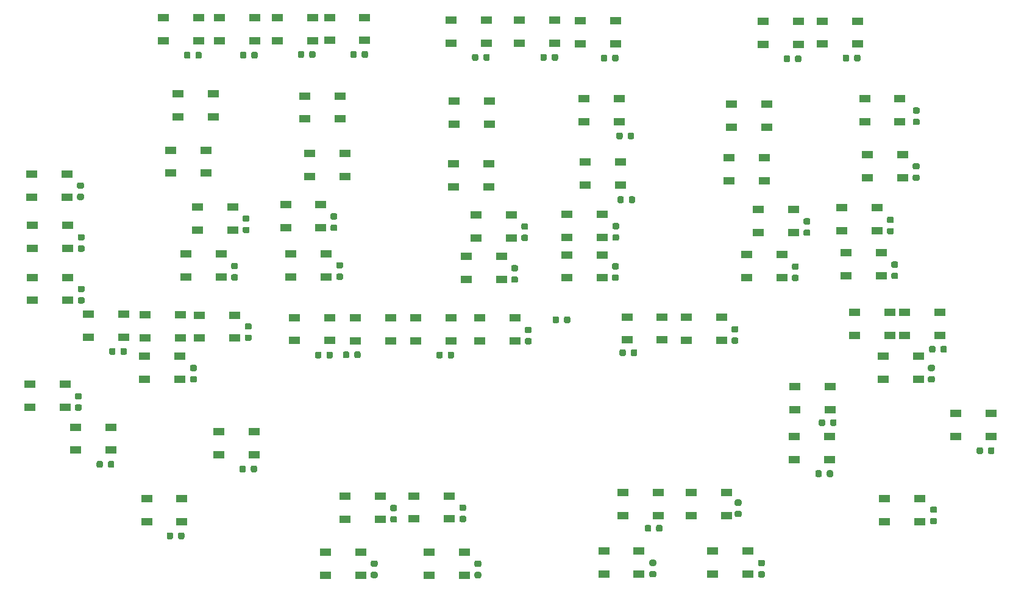
<source format=gbr>
G04 #@! TF.GenerationSoftware,KiCad,Pcbnew,(5.1.6)-1*
G04 #@! TF.CreationDate,2021-02-10T22:50:21+11:00*
G04 #@! TF.ProjectId,INTR LT Panel PCB V2,494e5452-204c-4542-9050-616e656c2050,rev?*
G04 #@! TF.SameCoordinates,Original*
G04 #@! TF.FileFunction,Paste,Top*
G04 #@! TF.FilePolarity,Positive*
%FSLAX46Y46*%
G04 Gerber Fmt 4.6, Leading zero omitted, Abs format (unit mm)*
G04 Created by KiCad (PCBNEW (5.1.6)-1) date 2021-02-10 22:50:21*
%MOMM*%
%LPD*%
G01*
G04 APERTURE LIST*
%ADD10R,1.500000X1.000000*%
G04 APERTURE END LIST*
G04 #@! TO.C,C55*
G36*
G01*
X124262500Y-74343750D02*
X124262500Y-74856250D01*
G75*
G02*
X124043750Y-75075000I-218750J0D01*
G01*
X123606250Y-75075000D01*
G75*
G02*
X123387500Y-74856250I0J218750D01*
G01*
X123387500Y-74343750D01*
G75*
G02*
X123606250Y-74125000I218750J0D01*
G01*
X124043750Y-74125000D01*
G75*
G02*
X124262500Y-74343750I0J-218750D01*
G01*
G37*
G36*
G01*
X125837500Y-74343750D02*
X125837500Y-74856250D01*
G75*
G02*
X125618750Y-75075000I-218750J0D01*
G01*
X125181250Y-75075000D01*
G75*
G02*
X124962500Y-74856250I0J218750D01*
G01*
X124962500Y-74343750D01*
G75*
G02*
X125181250Y-74125000I218750J0D01*
G01*
X125618750Y-74125000D01*
G75*
G02*
X125837500Y-74343750I0J-218750D01*
G01*
G37*
G04 #@! TD*
D10*
G04 #@! TO.C,D45*
X158100000Y-68350000D03*
X158100000Y-71550000D03*
X163000000Y-68350000D03*
X163000000Y-71550000D03*
G04 #@! TD*
G04 #@! TO.C,D44*
X157725000Y-60575000D03*
X157725000Y-63775000D03*
X162625000Y-60575000D03*
X162625000Y-63775000D03*
G04 #@! TD*
G04 #@! TO.C,D43*
X139200000Y-61325000D03*
X139200000Y-64525000D03*
X144100000Y-61325000D03*
X144100000Y-64525000D03*
G04 #@! TD*
G04 #@! TO.C,D42*
X138925000Y-68775000D03*
X138925000Y-71975000D03*
X143825000Y-68775000D03*
X143825000Y-71975000D03*
G04 #@! TD*
G04 #@! TO.C,D35*
X118925000Y-69350000D03*
X118925000Y-72550000D03*
X123825000Y-69350000D03*
X123825000Y-72550000D03*
G04 #@! TD*
G04 #@! TO.C,D34*
X118775000Y-60525000D03*
X118775000Y-63725000D03*
X123675000Y-60525000D03*
X123675000Y-63725000D03*
G04 #@! TD*
G04 #@! TO.C,D33*
X100725000Y-60875000D03*
X100725000Y-64075000D03*
X105625000Y-60875000D03*
X105625000Y-64075000D03*
G04 #@! TD*
G04 #@! TO.C,D32*
X100650000Y-69600000D03*
X100650000Y-72800000D03*
X105550000Y-69600000D03*
X105550000Y-72800000D03*
G04 #@! TD*
G04 #@! TO.C,D23*
X80675000Y-68200000D03*
X80675000Y-71400000D03*
X85575000Y-68200000D03*
X85575000Y-71400000D03*
G04 #@! TD*
G04 #@! TO.C,D22*
X79975000Y-60175000D03*
X79975000Y-63375000D03*
X84875000Y-60175000D03*
X84875000Y-63375000D03*
G04 #@! TD*
G04 #@! TO.C,D21*
X62350000Y-59850000D03*
X62350000Y-63050000D03*
X67250000Y-59850000D03*
X67250000Y-63050000D03*
G04 #@! TD*
G04 #@! TO.C,D20*
X61300000Y-67700000D03*
X61300000Y-70900000D03*
X66200000Y-67700000D03*
X66200000Y-70900000D03*
G04 #@! TD*
G04 #@! TO.C,C56*
G36*
G01*
X124112500Y-65468750D02*
X124112500Y-65981250D01*
G75*
G02*
X123893750Y-66200000I-218750J0D01*
G01*
X123456250Y-66200000D01*
G75*
G02*
X123237500Y-65981250I0J218750D01*
G01*
X123237500Y-65468750D01*
G75*
G02*
X123456250Y-65250000I218750J0D01*
G01*
X123893750Y-65250000D01*
G75*
G02*
X124112500Y-65468750I0J-218750D01*
G01*
G37*
G36*
G01*
X125687500Y-65468750D02*
X125687500Y-65981250D01*
G75*
G02*
X125468750Y-66200000I-218750J0D01*
G01*
X125031250Y-66200000D01*
G75*
G02*
X124812500Y-65981250I0J218750D01*
G01*
X124812500Y-65468750D01*
G75*
G02*
X125031250Y-65250000I218750J0D01*
G01*
X125468750Y-65250000D01*
G75*
G02*
X125687500Y-65468750I0J-218750D01*
G01*
G37*
G04 #@! TD*
G04 #@! TO.C,C54*
G36*
G01*
X164618750Y-71087500D02*
X165131250Y-71087500D01*
G75*
G02*
X165350000Y-71306250I0J-218750D01*
G01*
X165350000Y-71743750D01*
G75*
G02*
X165131250Y-71962500I-218750J0D01*
G01*
X164618750Y-71962500D01*
G75*
G02*
X164400000Y-71743750I0J218750D01*
G01*
X164400000Y-71306250D01*
G75*
G02*
X164618750Y-71087500I218750J0D01*
G01*
G37*
G36*
G01*
X164618750Y-69512500D02*
X165131250Y-69512500D01*
G75*
G02*
X165350000Y-69731250I0J-218750D01*
G01*
X165350000Y-70168750D01*
G75*
G02*
X165131250Y-70387500I-218750J0D01*
G01*
X164618750Y-70387500D01*
G75*
G02*
X164400000Y-70168750I0J218750D01*
G01*
X164400000Y-69731250D01*
G75*
G02*
X164618750Y-69512500I218750J0D01*
G01*
G37*
G04 #@! TD*
G04 #@! TO.C,C53*
G36*
G01*
X164643750Y-63337500D02*
X165156250Y-63337500D01*
G75*
G02*
X165375000Y-63556250I0J-218750D01*
G01*
X165375000Y-63993750D01*
G75*
G02*
X165156250Y-64212500I-218750J0D01*
G01*
X164643750Y-64212500D01*
G75*
G02*
X164425000Y-63993750I0J218750D01*
G01*
X164425000Y-63556250D01*
G75*
G02*
X164643750Y-63337500I218750J0D01*
G01*
G37*
G36*
G01*
X164643750Y-61762500D02*
X165156250Y-61762500D01*
G75*
G02*
X165375000Y-61981250I0J-218750D01*
G01*
X165375000Y-62418750D01*
G75*
G02*
X165156250Y-62637500I-218750J0D01*
G01*
X164643750Y-62637500D01*
G75*
G02*
X164425000Y-62418750I0J218750D01*
G01*
X164425000Y-61981250D01*
G75*
G02*
X164643750Y-61762500I218750J0D01*
G01*
G37*
G04 #@! TD*
G04 #@! TO.C,C52*
G36*
G01*
X72462500Y-112306250D02*
X72462500Y-111793750D01*
G75*
G02*
X72681250Y-111575000I218750J0D01*
G01*
X73118750Y-111575000D01*
G75*
G02*
X73337500Y-111793750I0J-218750D01*
G01*
X73337500Y-112306250D01*
G75*
G02*
X73118750Y-112525000I-218750J0D01*
G01*
X72681250Y-112525000D01*
G75*
G02*
X72462500Y-112306250I0J218750D01*
G01*
G37*
G36*
G01*
X70887500Y-112306250D02*
X70887500Y-111793750D01*
G75*
G02*
X71106250Y-111575000I218750J0D01*
G01*
X71543750Y-111575000D01*
G75*
G02*
X71762500Y-111793750I0J-218750D01*
G01*
X71762500Y-112306250D01*
G75*
G02*
X71543750Y-112525000I-218750J0D01*
G01*
X71106250Y-112525000D01*
G75*
G02*
X70887500Y-112306250I0J218750D01*
G01*
G37*
G04 #@! TD*
G04 #@! TO.C,C51*
G36*
G01*
X62362500Y-121606250D02*
X62362500Y-121093750D01*
G75*
G02*
X62581250Y-120875000I218750J0D01*
G01*
X63018750Y-120875000D01*
G75*
G02*
X63237500Y-121093750I0J-218750D01*
G01*
X63237500Y-121606250D01*
G75*
G02*
X63018750Y-121825000I-218750J0D01*
G01*
X62581250Y-121825000D01*
G75*
G02*
X62362500Y-121606250I0J218750D01*
G01*
G37*
G36*
G01*
X60787500Y-121606250D02*
X60787500Y-121093750D01*
G75*
G02*
X61006250Y-120875000I218750J0D01*
G01*
X61443750Y-120875000D01*
G75*
G02*
X61662500Y-121093750I0J-218750D01*
G01*
X61662500Y-121606250D01*
G75*
G02*
X61443750Y-121825000I-218750J0D01*
G01*
X61006250Y-121825000D01*
G75*
G02*
X60787500Y-121606250I0J218750D01*
G01*
G37*
G04 #@! TD*
G04 #@! TO.C,C50*
G36*
G01*
X52612500Y-111656250D02*
X52612500Y-111143750D01*
G75*
G02*
X52831250Y-110925000I218750J0D01*
G01*
X53268750Y-110925000D01*
G75*
G02*
X53487500Y-111143750I0J-218750D01*
G01*
X53487500Y-111656250D01*
G75*
G02*
X53268750Y-111875000I-218750J0D01*
G01*
X52831250Y-111875000D01*
G75*
G02*
X52612500Y-111656250I0J218750D01*
G01*
G37*
G36*
G01*
X51037500Y-111656250D02*
X51037500Y-111143750D01*
G75*
G02*
X51256250Y-110925000I218750J0D01*
G01*
X51693750Y-110925000D01*
G75*
G02*
X51912500Y-111143750I0J-218750D01*
G01*
X51912500Y-111656250D01*
G75*
G02*
X51693750Y-111875000I-218750J0D01*
G01*
X51256250Y-111875000D01*
G75*
G02*
X51037500Y-111656250I0J218750D01*
G01*
G37*
G04 #@! TD*
G04 #@! TO.C,C49*
G36*
G01*
X108843750Y-85262500D02*
X109356250Y-85262500D01*
G75*
G02*
X109575000Y-85481250I0J-218750D01*
G01*
X109575000Y-85918750D01*
G75*
G02*
X109356250Y-86137500I-218750J0D01*
G01*
X108843750Y-86137500D01*
G75*
G02*
X108625000Y-85918750I0J218750D01*
G01*
X108625000Y-85481250D01*
G75*
G02*
X108843750Y-85262500I218750J0D01*
G01*
G37*
G36*
G01*
X108843750Y-83687500D02*
X109356250Y-83687500D01*
G75*
G02*
X109575000Y-83906250I0J-218750D01*
G01*
X109575000Y-84343750D01*
G75*
G02*
X109356250Y-84562500I-218750J0D01*
G01*
X108843750Y-84562500D01*
G75*
G02*
X108625000Y-84343750I0J218750D01*
G01*
X108625000Y-83906250D01*
G75*
G02*
X108843750Y-83687500I218750J0D01*
G01*
G37*
G04 #@! TD*
G04 #@! TO.C,C48*
G36*
G01*
X122843750Y-85012500D02*
X123356250Y-85012500D01*
G75*
G02*
X123575000Y-85231250I0J-218750D01*
G01*
X123575000Y-85668750D01*
G75*
G02*
X123356250Y-85887500I-218750J0D01*
G01*
X122843750Y-85887500D01*
G75*
G02*
X122625000Y-85668750I0J218750D01*
G01*
X122625000Y-85231250D01*
G75*
G02*
X122843750Y-85012500I218750J0D01*
G01*
G37*
G36*
G01*
X122843750Y-83437500D02*
X123356250Y-83437500D01*
G75*
G02*
X123575000Y-83656250I0J-218750D01*
G01*
X123575000Y-84093750D01*
G75*
G02*
X123356250Y-84312500I-218750J0D01*
G01*
X122843750Y-84312500D01*
G75*
G02*
X122625000Y-84093750I0J218750D01*
G01*
X122625000Y-83656250D01*
G75*
G02*
X122843750Y-83437500I218750J0D01*
G01*
G37*
G04 #@! TD*
G04 #@! TO.C,C47*
G36*
G01*
X110243750Y-79462500D02*
X110756250Y-79462500D01*
G75*
G02*
X110975000Y-79681250I0J-218750D01*
G01*
X110975000Y-80118750D01*
G75*
G02*
X110756250Y-80337500I-218750J0D01*
G01*
X110243750Y-80337500D01*
G75*
G02*
X110025000Y-80118750I0J218750D01*
G01*
X110025000Y-79681250D01*
G75*
G02*
X110243750Y-79462500I218750J0D01*
G01*
G37*
G36*
G01*
X110243750Y-77887500D02*
X110756250Y-77887500D01*
G75*
G02*
X110975000Y-78106250I0J-218750D01*
G01*
X110975000Y-78543750D01*
G75*
G02*
X110756250Y-78762500I-218750J0D01*
G01*
X110243750Y-78762500D01*
G75*
G02*
X110025000Y-78543750I0J218750D01*
G01*
X110025000Y-78106250D01*
G75*
G02*
X110243750Y-77887500I218750J0D01*
G01*
G37*
G04 #@! TD*
G04 #@! TO.C,C46*
G36*
G01*
X122893750Y-79412500D02*
X123406250Y-79412500D01*
G75*
G02*
X123625000Y-79631250I0J-218750D01*
G01*
X123625000Y-80068750D01*
G75*
G02*
X123406250Y-80287500I-218750J0D01*
G01*
X122893750Y-80287500D01*
G75*
G02*
X122675000Y-80068750I0J218750D01*
G01*
X122675000Y-79631250D01*
G75*
G02*
X122893750Y-79412500I218750J0D01*
G01*
G37*
G36*
G01*
X122893750Y-77837500D02*
X123406250Y-77837500D01*
G75*
G02*
X123625000Y-78056250I0J-218750D01*
G01*
X123625000Y-78493750D01*
G75*
G02*
X123406250Y-78712500I-218750J0D01*
G01*
X122893750Y-78712500D01*
G75*
G02*
X122675000Y-78493750I0J218750D01*
G01*
X122675000Y-78056250D01*
G75*
G02*
X122893750Y-77837500I218750J0D01*
G01*
G37*
G04 #@! TD*
G04 #@! TO.C,C45*
G36*
G01*
X99812500Y-96456250D02*
X99812500Y-95943750D01*
G75*
G02*
X100031250Y-95725000I218750J0D01*
G01*
X100468750Y-95725000D01*
G75*
G02*
X100687500Y-95943750I0J-218750D01*
G01*
X100687500Y-96456250D01*
G75*
G02*
X100468750Y-96675000I-218750J0D01*
G01*
X100031250Y-96675000D01*
G75*
G02*
X99812500Y-96456250I0J218750D01*
G01*
G37*
G36*
G01*
X98237500Y-96456250D02*
X98237500Y-95943750D01*
G75*
G02*
X98456250Y-95725000I218750J0D01*
G01*
X98893750Y-95725000D01*
G75*
G02*
X99112500Y-95943750I0J-218750D01*
G01*
X99112500Y-96456250D01*
G75*
G02*
X98893750Y-96675000I-218750J0D01*
G01*
X98456250Y-96675000D01*
G75*
G02*
X98237500Y-96456250I0J218750D01*
G01*
G37*
G04 #@! TD*
G04 #@! TO.C,C44*
G36*
G01*
X139893750Y-117862500D02*
X140406250Y-117862500D01*
G75*
G02*
X140625000Y-118081250I0J-218750D01*
G01*
X140625000Y-118518750D01*
G75*
G02*
X140406250Y-118737500I-218750J0D01*
G01*
X139893750Y-118737500D01*
G75*
G02*
X139675000Y-118518750I0J218750D01*
G01*
X139675000Y-118081250D01*
G75*
G02*
X139893750Y-117862500I218750J0D01*
G01*
G37*
G36*
G01*
X139893750Y-116287500D02*
X140406250Y-116287500D01*
G75*
G02*
X140625000Y-116506250I0J-218750D01*
G01*
X140625000Y-116943750D01*
G75*
G02*
X140406250Y-117162500I-218750J0D01*
G01*
X139893750Y-117162500D01*
G75*
G02*
X139675000Y-116943750I0J218750D01*
G01*
X139675000Y-116506250D01*
G75*
G02*
X139893750Y-116287500I218750J0D01*
G01*
G37*
G04 #@! TD*
G04 #@! TO.C,C43*
G36*
G01*
X125250000Y-96131250D02*
X125250000Y-95618750D01*
G75*
G02*
X125468750Y-95400000I218750J0D01*
G01*
X125906250Y-95400000D01*
G75*
G02*
X126125000Y-95618750I0J-218750D01*
G01*
X126125000Y-96131250D01*
G75*
G02*
X125906250Y-96350000I-218750J0D01*
G01*
X125468750Y-96350000D01*
G75*
G02*
X125250000Y-96131250I0J218750D01*
G01*
G37*
G36*
G01*
X123675000Y-96131250D02*
X123675000Y-95618750D01*
G75*
G02*
X123893750Y-95400000I218750J0D01*
G01*
X124331250Y-95400000D01*
G75*
G02*
X124550000Y-95618750I0J-218750D01*
G01*
X124550000Y-96131250D01*
G75*
G02*
X124331250Y-96350000I-218750J0D01*
G01*
X123893750Y-96350000D01*
G75*
G02*
X123675000Y-96131250I0J218750D01*
G01*
G37*
G04 #@! TD*
G04 #@! TO.C,C42*
G36*
G01*
X92043750Y-118612500D02*
X92556250Y-118612500D01*
G75*
G02*
X92775000Y-118831250I0J-218750D01*
G01*
X92775000Y-119268750D01*
G75*
G02*
X92556250Y-119487500I-218750J0D01*
G01*
X92043750Y-119487500D01*
G75*
G02*
X91825000Y-119268750I0J218750D01*
G01*
X91825000Y-118831250D01*
G75*
G02*
X92043750Y-118612500I218750J0D01*
G01*
G37*
G36*
G01*
X92043750Y-117037500D02*
X92556250Y-117037500D01*
G75*
G02*
X92775000Y-117256250I0J-218750D01*
G01*
X92775000Y-117693750D01*
G75*
G02*
X92556250Y-117912500I-218750J0D01*
G01*
X92043750Y-117912500D01*
G75*
G02*
X91825000Y-117693750I0J218750D01*
G01*
X91825000Y-117256250D01*
G75*
G02*
X92043750Y-117037500I218750J0D01*
G01*
G37*
G04 #@! TD*
G04 #@! TO.C,C41*
G36*
G01*
X168262500Y-95656250D02*
X168262500Y-95143750D01*
G75*
G02*
X168481250Y-94925000I218750J0D01*
G01*
X168918750Y-94925000D01*
G75*
G02*
X169137500Y-95143750I0J-218750D01*
G01*
X169137500Y-95656250D01*
G75*
G02*
X168918750Y-95875000I-218750J0D01*
G01*
X168481250Y-95875000D01*
G75*
G02*
X168262500Y-95656250I0J218750D01*
G01*
G37*
G36*
G01*
X166687500Y-95656250D02*
X166687500Y-95143750D01*
G75*
G02*
X166906250Y-94925000I218750J0D01*
G01*
X167343750Y-94925000D01*
G75*
G02*
X167562500Y-95143750I0J-218750D01*
G01*
X167562500Y-95656250D01*
G75*
G02*
X167343750Y-95875000I-218750J0D01*
G01*
X166906250Y-95875000D01*
G75*
G02*
X166687500Y-95656250I0J218750D01*
G01*
G37*
G04 #@! TD*
G04 #@! TO.C,C40*
G36*
G01*
X143143750Y-126262500D02*
X143656250Y-126262500D01*
G75*
G02*
X143875000Y-126481250I0J-218750D01*
G01*
X143875000Y-126918750D01*
G75*
G02*
X143656250Y-127137500I-218750J0D01*
G01*
X143143750Y-127137500D01*
G75*
G02*
X142925000Y-126918750I0J218750D01*
G01*
X142925000Y-126481250D01*
G75*
G02*
X143143750Y-126262500I218750J0D01*
G01*
G37*
G36*
G01*
X143143750Y-124687500D02*
X143656250Y-124687500D01*
G75*
G02*
X143875000Y-124906250I0J-218750D01*
G01*
X143875000Y-125343750D01*
G75*
G02*
X143656250Y-125562500I-218750J0D01*
G01*
X143143750Y-125562500D01*
G75*
G02*
X142925000Y-125343750I0J218750D01*
G01*
X142925000Y-124906250D01*
G75*
G02*
X143143750Y-124687500I218750J0D01*
G01*
G37*
G04 #@! TD*
G04 #@! TO.C,C39*
G36*
G01*
X166743750Y-99137500D02*
X167256250Y-99137500D01*
G75*
G02*
X167475000Y-99356250I0J-218750D01*
G01*
X167475000Y-99793750D01*
G75*
G02*
X167256250Y-100012500I-218750J0D01*
G01*
X166743750Y-100012500D01*
G75*
G02*
X166525000Y-99793750I0J218750D01*
G01*
X166525000Y-99356250D01*
G75*
G02*
X166743750Y-99137500I218750J0D01*
G01*
G37*
G36*
G01*
X166743750Y-97562500D02*
X167256250Y-97562500D01*
G75*
G02*
X167475000Y-97781250I0J-218750D01*
G01*
X167475000Y-98218750D01*
G75*
G02*
X167256250Y-98437500I-218750J0D01*
G01*
X166743750Y-98437500D01*
G75*
G02*
X166525000Y-98218750I0J218750D01*
G01*
X166525000Y-97781250D01*
G75*
G02*
X166743750Y-97562500I218750J0D01*
G01*
G37*
G04 #@! TD*
G04 #@! TO.C,C38*
G36*
G01*
X86837500Y-96431250D02*
X86837500Y-95918750D01*
G75*
G02*
X87056250Y-95700000I218750J0D01*
G01*
X87493750Y-95700000D01*
G75*
G02*
X87712500Y-95918750I0J-218750D01*
G01*
X87712500Y-96431250D01*
G75*
G02*
X87493750Y-96650000I-218750J0D01*
G01*
X87056250Y-96650000D01*
G75*
G02*
X86837500Y-96431250I0J218750D01*
G01*
G37*
G36*
G01*
X85262500Y-96431250D02*
X85262500Y-95918750D01*
G75*
G02*
X85481250Y-95700000I218750J0D01*
G01*
X85918750Y-95700000D01*
G75*
G02*
X86137500Y-95918750I0J-218750D01*
G01*
X86137500Y-96431250D01*
G75*
G02*
X85918750Y-96650000I-218750J0D01*
G01*
X85481250Y-96650000D01*
G75*
G02*
X85262500Y-96431250I0J218750D01*
G01*
G37*
G04 #@! TD*
G04 #@! TO.C,C37*
G36*
G01*
X71843750Y-93362500D02*
X72356250Y-93362500D01*
G75*
G02*
X72575000Y-93581250I0J-218750D01*
G01*
X72575000Y-94018750D01*
G75*
G02*
X72356250Y-94237500I-218750J0D01*
G01*
X71843750Y-94237500D01*
G75*
G02*
X71625000Y-94018750I0J218750D01*
G01*
X71625000Y-93581250D01*
G75*
G02*
X71843750Y-93362500I218750J0D01*
G01*
G37*
G36*
G01*
X71843750Y-91787500D02*
X72356250Y-91787500D01*
G75*
G02*
X72575000Y-92006250I0J-218750D01*
G01*
X72575000Y-92443750D01*
G75*
G02*
X72356250Y-92662500I-218750J0D01*
G01*
X71843750Y-92662500D01*
G75*
G02*
X71625000Y-92443750I0J218750D01*
G01*
X71625000Y-92006250D01*
G75*
G02*
X71843750Y-91787500I218750J0D01*
G01*
G37*
G04 #@! TD*
G04 #@! TO.C,C36*
G36*
G01*
X82962500Y-96456250D02*
X82962500Y-95943750D01*
G75*
G02*
X83181250Y-95725000I218750J0D01*
G01*
X83618750Y-95725000D01*
G75*
G02*
X83837500Y-95943750I0J-218750D01*
G01*
X83837500Y-96456250D01*
G75*
G02*
X83618750Y-96675000I-218750J0D01*
G01*
X83181250Y-96675000D01*
G75*
G02*
X82962500Y-96456250I0J218750D01*
G01*
G37*
G36*
G01*
X81387500Y-96456250D02*
X81387500Y-95943750D01*
G75*
G02*
X81606250Y-95725000I218750J0D01*
G01*
X82043750Y-95725000D01*
G75*
G02*
X82262500Y-95943750I0J-218750D01*
G01*
X82262500Y-96456250D01*
G75*
G02*
X82043750Y-96675000I-218750J0D01*
G01*
X81606250Y-96675000D01*
G75*
G02*
X81387500Y-96456250I0J218750D01*
G01*
G37*
G04 #@! TD*
G04 #@! TO.C,C35*
G36*
G01*
X84543750Y-84862500D02*
X85056250Y-84862500D01*
G75*
G02*
X85275000Y-85081250I0J-218750D01*
G01*
X85275000Y-85518750D01*
G75*
G02*
X85056250Y-85737500I-218750J0D01*
G01*
X84543750Y-85737500D01*
G75*
G02*
X84325000Y-85518750I0J218750D01*
G01*
X84325000Y-85081250D01*
G75*
G02*
X84543750Y-84862500I218750J0D01*
G01*
G37*
G36*
G01*
X84543750Y-83287500D02*
X85056250Y-83287500D01*
G75*
G02*
X85275000Y-83506250I0J-218750D01*
G01*
X85275000Y-83943750D01*
G75*
G02*
X85056250Y-84162500I-218750J0D01*
G01*
X84543750Y-84162500D01*
G75*
G02*
X84325000Y-83943750I0J218750D01*
G01*
X84325000Y-83506250D01*
G75*
G02*
X84543750Y-83287500I218750J0D01*
G01*
G37*
G04 #@! TD*
G04 #@! TO.C,C34*
G36*
G01*
X69943750Y-84962500D02*
X70456250Y-84962500D01*
G75*
G02*
X70675000Y-85181250I0J-218750D01*
G01*
X70675000Y-85618750D01*
G75*
G02*
X70456250Y-85837500I-218750J0D01*
G01*
X69943750Y-85837500D01*
G75*
G02*
X69725000Y-85618750I0J218750D01*
G01*
X69725000Y-85181250D01*
G75*
G02*
X69943750Y-84962500I218750J0D01*
G01*
G37*
G36*
G01*
X69943750Y-83387500D02*
X70456250Y-83387500D01*
G75*
G02*
X70675000Y-83606250I0J-218750D01*
G01*
X70675000Y-84043750D01*
G75*
G02*
X70456250Y-84262500I-218750J0D01*
G01*
X69943750Y-84262500D01*
G75*
G02*
X69725000Y-84043750I0J218750D01*
G01*
X69725000Y-83606250D01*
G75*
G02*
X69943750Y-83387500I218750J0D01*
G01*
G37*
G04 #@! TD*
G04 #@! TO.C,C33*
G36*
G01*
X83743750Y-78062500D02*
X84256250Y-78062500D01*
G75*
G02*
X84475000Y-78281250I0J-218750D01*
G01*
X84475000Y-78718750D01*
G75*
G02*
X84256250Y-78937500I-218750J0D01*
G01*
X83743750Y-78937500D01*
G75*
G02*
X83525000Y-78718750I0J218750D01*
G01*
X83525000Y-78281250D01*
G75*
G02*
X83743750Y-78062500I218750J0D01*
G01*
G37*
G36*
G01*
X83743750Y-76487500D02*
X84256250Y-76487500D01*
G75*
G02*
X84475000Y-76706250I0J-218750D01*
G01*
X84475000Y-77143750D01*
G75*
G02*
X84256250Y-77362500I-218750J0D01*
G01*
X83743750Y-77362500D01*
G75*
G02*
X83525000Y-77143750I0J218750D01*
G01*
X83525000Y-76706250D01*
G75*
G02*
X83743750Y-76487500I218750J0D01*
G01*
G37*
G04 #@! TD*
G04 #@! TO.C,C32*
G36*
G01*
X71543750Y-78362500D02*
X72056250Y-78362500D01*
G75*
G02*
X72275000Y-78581250I0J-218750D01*
G01*
X72275000Y-79018750D01*
G75*
G02*
X72056250Y-79237500I-218750J0D01*
G01*
X71543750Y-79237500D01*
G75*
G02*
X71325000Y-79018750I0J218750D01*
G01*
X71325000Y-78581250D01*
G75*
G02*
X71543750Y-78362500I218750J0D01*
G01*
G37*
G36*
G01*
X71543750Y-76787500D02*
X72056250Y-76787500D01*
G75*
G02*
X72275000Y-77006250I0J-218750D01*
G01*
X72275000Y-77443750D01*
G75*
G02*
X72056250Y-77662500I-218750J0D01*
G01*
X71543750Y-77662500D01*
G75*
G02*
X71325000Y-77443750I0J218750D01*
G01*
X71325000Y-77006250D01*
G75*
G02*
X71543750Y-76787500I218750J0D01*
G01*
G37*
G04 #@! TD*
G04 #@! TO.C,C31*
G36*
G01*
X48643750Y-88162500D02*
X49156250Y-88162500D01*
G75*
G02*
X49375000Y-88381250I0J-218750D01*
G01*
X49375000Y-88818750D01*
G75*
G02*
X49156250Y-89037500I-218750J0D01*
G01*
X48643750Y-89037500D01*
G75*
G02*
X48425000Y-88818750I0J218750D01*
G01*
X48425000Y-88381250D01*
G75*
G02*
X48643750Y-88162500I218750J0D01*
G01*
G37*
G36*
G01*
X48643750Y-86587500D02*
X49156250Y-86587500D01*
G75*
G02*
X49375000Y-86806250I0J-218750D01*
G01*
X49375000Y-87243750D01*
G75*
G02*
X49156250Y-87462500I-218750J0D01*
G01*
X48643750Y-87462500D01*
G75*
G02*
X48425000Y-87243750I0J218750D01*
G01*
X48425000Y-86806250D01*
G75*
G02*
X48643750Y-86587500I218750J0D01*
G01*
G37*
G04 #@! TD*
G04 #@! TO.C,C30*
G36*
G01*
X114262500Y-55056250D02*
X114262500Y-54543750D01*
G75*
G02*
X114481250Y-54325000I218750J0D01*
G01*
X114918750Y-54325000D01*
G75*
G02*
X115137500Y-54543750I0J-218750D01*
G01*
X115137500Y-55056250D01*
G75*
G02*
X114918750Y-55275000I-218750J0D01*
G01*
X114481250Y-55275000D01*
G75*
G02*
X114262500Y-55056250I0J218750D01*
G01*
G37*
G36*
G01*
X112687500Y-55056250D02*
X112687500Y-54543750D01*
G75*
G02*
X112906250Y-54325000I218750J0D01*
G01*
X113343750Y-54325000D01*
G75*
G02*
X113562500Y-54543750I0J-218750D01*
G01*
X113562500Y-55056250D01*
G75*
G02*
X113343750Y-55275000I-218750J0D01*
G01*
X112906250Y-55275000D01*
G75*
G02*
X112687500Y-55056250I0J218750D01*
G01*
G37*
G04 #@! TD*
G04 #@! TO.C,C29*
G36*
G01*
X48643750Y-80962500D02*
X49156250Y-80962500D01*
G75*
G02*
X49375000Y-81181250I0J-218750D01*
G01*
X49375000Y-81618750D01*
G75*
G02*
X49156250Y-81837500I-218750J0D01*
G01*
X48643750Y-81837500D01*
G75*
G02*
X48425000Y-81618750I0J218750D01*
G01*
X48425000Y-81181250D01*
G75*
G02*
X48643750Y-80962500I218750J0D01*
G01*
G37*
G36*
G01*
X48643750Y-79387500D02*
X49156250Y-79387500D01*
G75*
G02*
X49375000Y-79606250I0J-218750D01*
G01*
X49375000Y-80043750D01*
G75*
G02*
X49156250Y-80262500I-218750J0D01*
G01*
X48643750Y-80262500D01*
G75*
G02*
X48425000Y-80043750I0J218750D01*
G01*
X48425000Y-79606250D01*
G75*
G02*
X48643750Y-79387500I218750J0D01*
G01*
G37*
G04 #@! TD*
G04 #@! TO.C,C28*
G36*
G01*
X156262500Y-55156250D02*
X156262500Y-54643750D01*
G75*
G02*
X156481250Y-54425000I218750J0D01*
G01*
X156918750Y-54425000D01*
G75*
G02*
X157137500Y-54643750I0J-218750D01*
G01*
X157137500Y-55156250D01*
G75*
G02*
X156918750Y-55375000I-218750J0D01*
G01*
X156481250Y-55375000D01*
G75*
G02*
X156262500Y-55156250I0J218750D01*
G01*
G37*
G36*
G01*
X154687500Y-55156250D02*
X154687500Y-54643750D01*
G75*
G02*
X154906250Y-54425000I218750J0D01*
G01*
X155343750Y-54425000D01*
G75*
G02*
X155562500Y-54643750I0J-218750D01*
G01*
X155562500Y-55156250D01*
G75*
G02*
X155343750Y-55375000I-218750J0D01*
G01*
X154906250Y-55375000D01*
G75*
G02*
X154687500Y-55156250I0J218750D01*
G01*
G37*
G04 #@! TD*
G04 #@! TO.C,C27*
G36*
G01*
X87862500Y-54656250D02*
X87862500Y-54143750D01*
G75*
G02*
X88081250Y-53925000I218750J0D01*
G01*
X88518750Y-53925000D01*
G75*
G02*
X88737500Y-54143750I0J-218750D01*
G01*
X88737500Y-54656250D01*
G75*
G02*
X88518750Y-54875000I-218750J0D01*
G01*
X88081250Y-54875000D01*
G75*
G02*
X87862500Y-54656250I0J218750D01*
G01*
G37*
G36*
G01*
X86287500Y-54656250D02*
X86287500Y-54143750D01*
G75*
G02*
X86506250Y-53925000I218750J0D01*
G01*
X86943750Y-53925000D01*
G75*
G02*
X87162500Y-54143750I0J-218750D01*
G01*
X87162500Y-54656250D01*
G75*
G02*
X86943750Y-54875000I-218750J0D01*
G01*
X86506250Y-54875000D01*
G75*
G02*
X86287500Y-54656250I0J218750D01*
G01*
G37*
G04 #@! TD*
G04 #@! TO.C,C26*
G36*
G01*
X122662500Y-55156250D02*
X122662500Y-54643750D01*
G75*
G02*
X122881250Y-54425000I218750J0D01*
G01*
X123318750Y-54425000D01*
G75*
G02*
X123537500Y-54643750I0J-218750D01*
G01*
X123537500Y-55156250D01*
G75*
G02*
X123318750Y-55375000I-218750J0D01*
G01*
X122881250Y-55375000D01*
G75*
G02*
X122662500Y-55156250I0J218750D01*
G01*
G37*
G36*
G01*
X121087500Y-55156250D02*
X121087500Y-54643750D01*
G75*
G02*
X121306250Y-54425000I218750J0D01*
G01*
X121743750Y-54425000D01*
G75*
G02*
X121962500Y-54643750I0J-218750D01*
G01*
X121962500Y-55156250D01*
G75*
G02*
X121743750Y-55375000I-218750J0D01*
G01*
X121306250Y-55375000D01*
G75*
G02*
X121087500Y-55156250I0J218750D01*
G01*
G37*
G04 #@! TD*
G04 #@! TO.C,C25*
G36*
G01*
X80562500Y-54656250D02*
X80562500Y-54143750D01*
G75*
G02*
X80781250Y-53925000I218750J0D01*
G01*
X81218750Y-53925000D01*
G75*
G02*
X81437500Y-54143750I0J-218750D01*
G01*
X81437500Y-54656250D01*
G75*
G02*
X81218750Y-54875000I-218750J0D01*
G01*
X80781250Y-54875000D01*
G75*
G02*
X80562500Y-54656250I0J218750D01*
G01*
G37*
G36*
G01*
X78987500Y-54656250D02*
X78987500Y-54143750D01*
G75*
G02*
X79206250Y-53925000I218750J0D01*
G01*
X79643750Y-53925000D01*
G75*
G02*
X79862500Y-54143750I0J-218750D01*
G01*
X79862500Y-54656250D01*
G75*
G02*
X79643750Y-54875000I-218750J0D01*
G01*
X79206250Y-54875000D01*
G75*
G02*
X78987500Y-54656250I0J218750D01*
G01*
G37*
G04 #@! TD*
G04 #@! TO.C,C24*
G36*
G01*
X72537500Y-54756250D02*
X72537500Y-54243750D01*
G75*
G02*
X72756250Y-54025000I218750J0D01*
G01*
X73193750Y-54025000D01*
G75*
G02*
X73412500Y-54243750I0J-218750D01*
G01*
X73412500Y-54756250D01*
G75*
G02*
X73193750Y-54975000I-218750J0D01*
G01*
X72756250Y-54975000D01*
G75*
G02*
X72537500Y-54756250I0J218750D01*
G01*
G37*
G36*
G01*
X70962500Y-54756250D02*
X70962500Y-54243750D01*
G75*
G02*
X71181250Y-54025000I218750J0D01*
G01*
X71618750Y-54025000D01*
G75*
G02*
X71837500Y-54243750I0J-218750D01*
G01*
X71837500Y-54756250D01*
G75*
G02*
X71618750Y-54975000I-218750J0D01*
G01*
X71181250Y-54975000D01*
G75*
G02*
X70962500Y-54756250I0J218750D01*
G01*
G37*
G04 #@! TD*
G04 #@! TO.C,R1*
G36*
G01*
X115262500Y-91043750D02*
X115262500Y-91556250D01*
G75*
G02*
X115043750Y-91775000I-218750J0D01*
G01*
X114606250Y-91775000D01*
G75*
G02*
X114387500Y-91556250I0J218750D01*
G01*
X114387500Y-91043750D01*
G75*
G02*
X114606250Y-90825000I218750J0D01*
G01*
X115043750Y-90825000D01*
G75*
G02*
X115262500Y-91043750I0J-218750D01*
G01*
G37*
G36*
G01*
X116837500Y-91043750D02*
X116837500Y-91556250D01*
G75*
G02*
X116618750Y-91775000I-218750J0D01*
G01*
X116181250Y-91775000D01*
G75*
G02*
X115962500Y-91556250I0J218750D01*
G01*
X115962500Y-91043750D01*
G75*
G02*
X116181250Y-90825000I218750J0D01*
G01*
X116618750Y-90825000D01*
G75*
G02*
X116837500Y-91043750I0J-218750D01*
G01*
G37*
G04 #@! TD*
G04 #@! TO.C,C23*
G36*
G01*
X161643750Y-84762500D02*
X162156250Y-84762500D01*
G75*
G02*
X162375000Y-84981250I0J-218750D01*
G01*
X162375000Y-85418750D01*
G75*
G02*
X162156250Y-85637500I-218750J0D01*
G01*
X161643750Y-85637500D01*
G75*
G02*
X161425000Y-85418750I0J218750D01*
G01*
X161425000Y-84981250D01*
G75*
G02*
X161643750Y-84762500I218750J0D01*
G01*
G37*
G36*
G01*
X161643750Y-83187500D02*
X162156250Y-83187500D01*
G75*
G02*
X162375000Y-83406250I0J-218750D01*
G01*
X162375000Y-83843750D01*
G75*
G02*
X162156250Y-84062500I-218750J0D01*
G01*
X161643750Y-84062500D01*
G75*
G02*
X161425000Y-83843750I0J218750D01*
G01*
X161425000Y-83406250D01*
G75*
G02*
X161643750Y-83187500I218750J0D01*
G01*
G37*
G04 #@! TD*
G04 #@! TO.C,C22*
G36*
G01*
X149443750Y-78750000D02*
X149956250Y-78750000D01*
G75*
G02*
X150175000Y-78968750I0J-218750D01*
G01*
X150175000Y-79406250D01*
G75*
G02*
X149956250Y-79625000I-218750J0D01*
G01*
X149443750Y-79625000D01*
G75*
G02*
X149225000Y-79406250I0J218750D01*
G01*
X149225000Y-78968750D01*
G75*
G02*
X149443750Y-78750000I218750J0D01*
G01*
G37*
G36*
G01*
X149443750Y-77175000D02*
X149956250Y-77175000D01*
G75*
G02*
X150175000Y-77393750I0J-218750D01*
G01*
X150175000Y-77831250D01*
G75*
G02*
X149956250Y-78050000I-218750J0D01*
G01*
X149443750Y-78050000D01*
G75*
G02*
X149225000Y-77831250I0J218750D01*
G01*
X149225000Y-77393750D01*
G75*
G02*
X149443750Y-77175000I218750J0D01*
G01*
G37*
G04 #@! TD*
G04 #@! TO.C,C21*
G36*
G01*
X147843750Y-85037500D02*
X148356250Y-85037500D01*
G75*
G02*
X148575000Y-85256250I0J-218750D01*
G01*
X148575000Y-85693750D01*
G75*
G02*
X148356250Y-85912500I-218750J0D01*
G01*
X147843750Y-85912500D01*
G75*
G02*
X147625000Y-85693750I0J218750D01*
G01*
X147625000Y-85256250D01*
G75*
G02*
X147843750Y-85037500I218750J0D01*
G01*
G37*
G36*
G01*
X147843750Y-83462500D02*
X148356250Y-83462500D01*
G75*
G02*
X148575000Y-83681250I0J-218750D01*
G01*
X148575000Y-84118750D01*
G75*
G02*
X148356250Y-84337500I-218750J0D01*
G01*
X147843750Y-84337500D01*
G75*
G02*
X147625000Y-84118750I0J218750D01*
G01*
X147625000Y-83681250D01*
G75*
G02*
X147843750Y-83462500I218750J0D01*
G01*
G37*
G04 #@! TD*
G04 #@! TO.C,C20*
G36*
G01*
X174862500Y-109756250D02*
X174862500Y-109243750D01*
G75*
G02*
X175081250Y-109025000I218750J0D01*
G01*
X175518750Y-109025000D01*
G75*
G02*
X175737500Y-109243750I0J-218750D01*
G01*
X175737500Y-109756250D01*
G75*
G02*
X175518750Y-109975000I-218750J0D01*
G01*
X175081250Y-109975000D01*
G75*
G02*
X174862500Y-109756250I0J218750D01*
G01*
G37*
G36*
G01*
X173287500Y-109756250D02*
X173287500Y-109243750D01*
G75*
G02*
X173506250Y-109025000I218750J0D01*
G01*
X173943750Y-109025000D01*
G75*
G02*
X174162500Y-109243750I0J-218750D01*
G01*
X174162500Y-109756250D01*
G75*
G02*
X173943750Y-109975000I-218750J0D01*
G01*
X173506250Y-109975000D01*
G75*
G02*
X173287500Y-109756250I0J218750D01*
G01*
G37*
G04 #@! TD*
G04 #@! TO.C,C19*
G36*
G01*
X152237500Y-105343750D02*
X152237500Y-105856250D01*
G75*
G02*
X152018750Y-106075000I-218750J0D01*
G01*
X151581250Y-106075000D01*
G75*
G02*
X151362500Y-105856250I0J218750D01*
G01*
X151362500Y-105343750D01*
G75*
G02*
X151581250Y-105125000I218750J0D01*
G01*
X152018750Y-105125000D01*
G75*
G02*
X152237500Y-105343750I0J-218750D01*
G01*
G37*
G36*
G01*
X153812500Y-105343750D02*
X153812500Y-105856250D01*
G75*
G02*
X153593750Y-106075000I-218750J0D01*
G01*
X153156250Y-106075000D01*
G75*
G02*
X152937500Y-105856250I0J218750D01*
G01*
X152937500Y-105343750D01*
G75*
G02*
X153156250Y-105125000I218750J0D01*
G01*
X153593750Y-105125000D01*
G75*
G02*
X153812500Y-105343750I0J-218750D01*
G01*
G37*
G04 #@! TD*
G04 #@! TO.C,C18*
G36*
G01*
X152462500Y-112956250D02*
X152462500Y-112443750D01*
G75*
G02*
X152681250Y-112225000I218750J0D01*
G01*
X153118750Y-112225000D01*
G75*
G02*
X153337500Y-112443750I0J-218750D01*
G01*
X153337500Y-112956250D01*
G75*
G02*
X153118750Y-113175000I-218750J0D01*
G01*
X152681250Y-113175000D01*
G75*
G02*
X152462500Y-112956250I0J218750D01*
G01*
G37*
G36*
G01*
X150887500Y-112956250D02*
X150887500Y-112443750D01*
G75*
G02*
X151106250Y-112225000I218750J0D01*
G01*
X151543750Y-112225000D01*
G75*
G02*
X151762500Y-112443750I0J-218750D01*
G01*
X151762500Y-112956250D01*
G75*
G02*
X151543750Y-113175000I-218750J0D01*
G01*
X151106250Y-113175000D01*
G75*
G02*
X150887500Y-112956250I0J218750D01*
G01*
G37*
G04 #@! TD*
G04 #@! TO.C,C17*
G36*
G01*
X167043750Y-118850000D02*
X167556250Y-118850000D01*
G75*
G02*
X167775000Y-119068750I0J-218750D01*
G01*
X167775000Y-119506250D01*
G75*
G02*
X167556250Y-119725000I-218750J0D01*
G01*
X167043750Y-119725000D01*
G75*
G02*
X166825000Y-119506250I0J218750D01*
G01*
X166825000Y-119068750D01*
G75*
G02*
X167043750Y-118850000I218750J0D01*
G01*
G37*
G36*
G01*
X167043750Y-117275000D02*
X167556250Y-117275000D01*
G75*
G02*
X167775000Y-117493750I0J-218750D01*
G01*
X167775000Y-117931250D01*
G75*
G02*
X167556250Y-118150000I-218750J0D01*
G01*
X167043750Y-118150000D01*
G75*
G02*
X166825000Y-117931250I0J218750D01*
G01*
X166825000Y-117493750D01*
G75*
G02*
X167043750Y-117275000I218750J0D01*
G01*
G37*
G04 #@! TD*
G04 #@! TO.C,C16*
G36*
G01*
X103743750Y-126362500D02*
X104256250Y-126362500D01*
G75*
G02*
X104475000Y-126581250I0J-218750D01*
G01*
X104475000Y-127018750D01*
G75*
G02*
X104256250Y-127237500I-218750J0D01*
G01*
X103743750Y-127237500D01*
G75*
G02*
X103525000Y-127018750I0J218750D01*
G01*
X103525000Y-126581250D01*
G75*
G02*
X103743750Y-126362500I218750J0D01*
G01*
G37*
G36*
G01*
X103743750Y-124787500D02*
X104256250Y-124787500D01*
G75*
G02*
X104475000Y-125006250I0J-218750D01*
G01*
X104475000Y-125443750D01*
G75*
G02*
X104256250Y-125662500I-218750J0D01*
G01*
X103743750Y-125662500D01*
G75*
G02*
X103525000Y-125443750I0J218750D01*
G01*
X103525000Y-125006250D01*
G75*
G02*
X103743750Y-124787500I218750J0D01*
G01*
G37*
G04 #@! TD*
G04 #@! TO.C,C15*
G36*
G01*
X128043750Y-126237500D02*
X128556250Y-126237500D01*
G75*
G02*
X128775000Y-126456250I0J-218750D01*
G01*
X128775000Y-126893750D01*
G75*
G02*
X128556250Y-127112500I-218750J0D01*
G01*
X128043750Y-127112500D01*
G75*
G02*
X127825000Y-126893750I0J218750D01*
G01*
X127825000Y-126456250D01*
G75*
G02*
X128043750Y-126237500I218750J0D01*
G01*
G37*
G36*
G01*
X128043750Y-124662500D02*
X128556250Y-124662500D01*
G75*
G02*
X128775000Y-124881250I0J-218750D01*
G01*
X128775000Y-125318750D01*
G75*
G02*
X128556250Y-125537500I-218750J0D01*
G01*
X128043750Y-125537500D01*
G75*
G02*
X127825000Y-125318750I0J218750D01*
G01*
X127825000Y-124881250D01*
G75*
G02*
X128043750Y-124662500I218750J0D01*
G01*
G37*
G04 #@! TD*
G04 #@! TO.C,C14*
G36*
G01*
X128762500Y-120556250D02*
X128762500Y-120043750D01*
G75*
G02*
X128981250Y-119825000I218750J0D01*
G01*
X129418750Y-119825000D01*
G75*
G02*
X129637500Y-120043750I0J-218750D01*
G01*
X129637500Y-120556250D01*
G75*
G02*
X129418750Y-120775000I-218750J0D01*
G01*
X128981250Y-120775000D01*
G75*
G02*
X128762500Y-120556250I0J218750D01*
G01*
G37*
G36*
G01*
X127187500Y-120556250D02*
X127187500Y-120043750D01*
G75*
G02*
X127406250Y-119825000I218750J0D01*
G01*
X127843750Y-119825000D01*
G75*
G02*
X128062500Y-120043750I0J-218750D01*
G01*
X128062500Y-120556250D01*
G75*
G02*
X127843750Y-120775000I-218750J0D01*
G01*
X127406250Y-120775000D01*
G75*
G02*
X127187500Y-120556250I0J218750D01*
G01*
G37*
G04 #@! TD*
G04 #@! TO.C,C13*
G36*
G01*
X89343750Y-126350000D02*
X89856250Y-126350000D01*
G75*
G02*
X90075000Y-126568750I0J-218750D01*
G01*
X90075000Y-127006250D01*
G75*
G02*
X89856250Y-127225000I-218750J0D01*
G01*
X89343750Y-127225000D01*
G75*
G02*
X89125000Y-127006250I0J218750D01*
G01*
X89125000Y-126568750D01*
G75*
G02*
X89343750Y-126350000I218750J0D01*
G01*
G37*
G36*
G01*
X89343750Y-124775000D02*
X89856250Y-124775000D01*
G75*
G02*
X90075000Y-124993750I0J-218750D01*
G01*
X90075000Y-125431250D01*
G75*
G02*
X89856250Y-125650000I-218750J0D01*
G01*
X89343750Y-125650000D01*
G75*
G02*
X89125000Y-125431250I0J218750D01*
G01*
X89125000Y-124993750D01*
G75*
G02*
X89343750Y-124775000I218750J0D01*
G01*
G37*
G04 #@! TD*
G04 #@! TO.C,C12*
G36*
G01*
X101643750Y-118562500D02*
X102156250Y-118562500D01*
G75*
G02*
X102375000Y-118781250I0J-218750D01*
G01*
X102375000Y-119218750D01*
G75*
G02*
X102156250Y-119437500I-218750J0D01*
G01*
X101643750Y-119437500D01*
G75*
G02*
X101425000Y-119218750I0J218750D01*
G01*
X101425000Y-118781250D01*
G75*
G02*
X101643750Y-118562500I218750J0D01*
G01*
G37*
G36*
G01*
X101643750Y-116987500D02*
X102156250Y-116987500D01*
G75*
G02*
X102375000Y-117206250I0J-218750D01*
G01*
X102375000Y-117643750D01*
G75*
G02*
X102156250Y-117862500I-218750J0D01*
G01*
X101643750Y-117862500D01*
G75*
G02*
X101425000Y-117643750I0J218750D01*
G01*
X101425000Y-117206250D01*
G75*
G02*
X101643750Y-116987500I218750J0D01*
G01*
G37*
G04 #@! TD*
G04 #@! TO.C,C11*
G36*
G01*
X48543750Y-73762500D02*
X49056250Y-73762500D01*
G75*
G02*
X49275000Y-73981250I0J-218750D01*
G01*
X49275000Y-74418750D01*
G75*
G02*
X49056250Y-74637500I-218750J0D01*
G01*
X48543750Y-74637500D01*
G75*
G02*
X48325000Y-74418750I0J218750D01*
G01*
X48325000Y-73981250D01*
G75*
G02*
X48543750Y-73762500I218750J0D01*
G01*
G37*
G36*
G01*
X48543750Y-72187500D02*
X49056250Y-72187500D01*
G75*
G02*
X49275000Y-72406250I0J-218750D01*
G01*
X49275000Y-72843750D01*
G75*
G02*
X49056250Y-73062500I-218750J0D01*
G01*
X48543750Y-73062500D01*
G75*
G02*
X48325000Y-72843750I0J218750D01*
G01*
X48325000Y-72406250D01*
G75*
G02*
X48543750Y-72187500I218750J0D01*
G01*
G37*
G04 #@! TD*
G04 #@! TO.C,C10*
G36*
G01*
X48243750Y-103062500D02*
X48756250Y-103062500D01*
G75*
G02*
X48975000Y-103281250I0J-218750D01*
G01*
X48975000Y-103718750D01*
G75*
G02*
X48756250Y-103937500I-218750J0D01*
G01*
X48243750Y-103937500D01*
G75*
G02*
X48025000Y-103718750I0J218750D01*
G01*
X48025000Y-103281250D01*
G75*
G02*
X48243750Y-103062500I218750J0D01*
G01*
G37*
G36*
G01*
X48243750Y-101487500D02*
X48756250Y-101487500D01*
G75*
G02*
X48975000Y-101706250I0J-218750D01*
G01*
X48975000Y-102143750D01*
G75*
G02*
X48756250Y-102362500I-218750J0D01*
G01*
X48243750Y-102362500D01*
G75*
G02*
X48025000Y-102143750I0J218750D01*
G01*
X48025000Y-101706250D01*
G75*
G02*
X48243750Y-101487500I218750J0D01*
G01*
G37*
G04 #@! TD*
G04 #@! TO.C,C9*
G36*
G01*
X64243750Y-99137500D02*
X64756250Y-99137500D01*
G75*
G02*
X64975000Y-99356250I0J-218750D01*
G01*
X64975000Y-99793750D01*
G75*
G02*
X64756250Y-100012500I-218750J0D01*
G01*
X64243750Y-100012500D01*
G75*
G02*
X64025000Y-99793750I0J218750D01*
G01*
X64025000Y-99356250D01*
G75*
G02*
X64243750Y-99137500I218750J0D01*
G01*
G37*
G36*
G01*
X64243750Y-97562500D02*
X64756250Y-97562500D01*
G75*
G02*
X64975000Y-97781250I0J-218750D01*
G01*
X64975000Y-98218750D01*
G75*
G02*
X64756250Y-98437500I-218750J0D01*
G01*
X64243750Y-98437500D01*
G75*
G02*
X64025000Y-98218750I0J218750D01*
G01*
X64025000Y-97781250D01*
G75*
G02*
X64243750Y-97562500I218750J0D01*
G01*
G37*
G04 #@! TD*
G04 #@! TO.C,C8*
G36*
G01*
X110743750Y-93850000D02*
X111256250Y-93850000D01*
G75*
G02*
X111475000Y-94068750I0J-218750D01*
G01*
X111475000Y-94506250D01*
G75*
G02*
X111256250Y-94725000I-218750J0D01*
G01*
X110743750Y-94725000D01*
G75*
G02*
X110525000Y-94506250I0J218750D01*
G01*
X110525000Y-94068750D01*
G75*
G02*
X110743750Y-93850000I218750J0D01*
G01*
G37*
G36*
G01*
X110743750Y-92275000D02*
X111256250Y-92275000D01*
G75*
G02*
X111475000Y-92493750I0J-218750D01*
G01*
X111475000Y-92931250D01*
G75*
G02*
X111256250Y-93150000I-218750J0D01*
G01*
X110743750Y-93150000D01*
G75*
G02*
X110525000Y-92931250I0J218750D01*
G01*
X110525000Y-92493750D01*
G75*
G02*
X110743750Y-92275000I218750J0D01*
G01*
G37*
G04 #@! TD*
G04 #@! TO.C,C7*
G36*
G01*
X54362500Y-95956250D02*
X54362500Y-95443750D01*
G75*
G02*
X54581250Y-95225000I218750J0D01*
G01*
X55018750Y-95225000D01*
G75*
G02*
X55237500Y-95443750I0J-218750D01*
G01*
X55237500Y-95956250D01*
G75*
G02*
X55018750Y-96175000I-218750J0D01*
G01*
X54581250Y-96175000D01*
G75*
G02*
X54362500Y-95956250I0J218750D01*
G01*
G37*
G36*
G01*
X52787500Y-95956250D02*
X52787500Y-95443750D01*
G75*
G02*
X53006250Y-95225000I218750J0D01*
G01*
X53443750Y-95225000D01*
G75*
G02*
X53662500Y-95443750I0J-218750D01*
G01*
X53662500Y-95956250D01*
G75*
G02*
X53443750Y-96175000I-218750J0D01*
G01*
X53006250Y-96175000D01*
G75*
G02*
X52787500Y-95956250I0J218750D01*
G01*
G37*
G04 #@! TD*
G04 #@! TO.C,C6*
G36*
G01*
X139443750Y-93750000D02*
X139956250Y-93750000D01*
G75*
G02*
X140175000Y-93968750I0J-218750D01*
G01*
X140175000Y-94406250D01*
G75*
G02*
X139956250Y-94625000I-218750J0D01*
G01*
X139443750Y-94625000D01*
G75*
G02*
X139225000Y-94406250I0J218750D01*
G01*
X139225000Y-93968750D01*
G75*
G02*
X139443750Y-93750000I218750J0D01*
G01*
G37*
G36*
G01*
X139443750Y-92175000D02*
X139956250Y-92175000D01*
G75*
G02*
X140175000Y-92393750I0J-218750D01*
G01*
X140175000Y-92831250D01*
G75*
G02*
X139956250Y-93050000I-218750J0D01*
G01*
X139443750Y-93050000D01*
G75*
G02*
X139225000Y-92831250I0J218750D01*
G01*
X139225000Y-92393750D01*
G75*
G02*
X139443750Y-92175000I218750J0D01*
G01*
G37*
G04 #@! TD*
G04 #@! TO.C,C5*
G36*
G01*
X161043750Y-78537500D02*
X161556250Y-78537500D01*
G75*
G02*
X161775000Y-78756250I0J-218750D01*
G01*
X161775000Y-79193750D01*
G75*
G02*
X161556250Y-79412500I-218750J0D01*
G01*
X161043750Y-79412500D01*
G75*
G02*
X160825000Y-79193750I0J218750D01*
G01*
X160825000Y-78756250D01*
G75*
G02*
X161043750Y-78537500I218750J0D01*
G01*
G37*
G36*
G01*
X161043750Y-76962500D02*
X161556250Y-76962500D01*
G75*
G02*
X161775000Y-77181250I0J-218750D01*
G01*
X161775000Y-77618750D01*
G75*
G02*
X161556250Y-77837500I-218750J0D01*
G01*
X161043750Y-77837500D01*
G75*
G02*
X160825000Y-77618750I0J218750D01*
G01*
X160825000Y-77181250D01*
G75*
G02*
X161043750Y-76962500I218750J0D01*
G01*
G37*
G04 #@! TD*
G04 #@! TO.C,C4*
G36*
G01*
X148062500Y-55256250D02*
X148062500Y-54743750D01*
G75*
G02*
X148281250Y-54525000I218750J0D01*
G01*
X148718750Y-54525000D01*
G75*
G02*
X148937500Y-54743750I0J-218750D01*
G01*
X148937500Y-55256250D01*
G75*
G02*
X148718750Y-55475000I-218750J0D01*
G01*
X148281250Y-55475000D01*
G75*
G02*
X148062500Y-55256250I0J218750D01*
G01*
G37*
G36*
G01*
X146487500Y-55256250D02*
X146487500Y-54743750D01*
G75*
G02*
X146706250Y-54525000I218750J0D01*
G01*
X147143750Y-54525000D01*
G75*
G02*
X147362500Y-54743750I0J-218750D01*
G01*
X147362500Y-55256250D01*
G75*
G02*
X147143750Y-55475000I-218750J0D01*
G01*
X146706250Y-55475000D01*
G75*
G02*
X146487500Y-55256250I0J218750D01*
G01*
G37*
G04 #@! TD*
G04 #@! TO.C,C3*
G36*
G01*
X104762500Y-55056250D02*
X104762500Y-54543750D01*
G75*
G02*
X104981250Y-54325000I218750J0D01*
G01*
X105418750Y-54325000D01*
G75*
G02*
X105637500Y-54543750I0J-218750D01*
G01*
X105637500Y-55056250D01*
G75*
G02*
X105418750Y-55275000I-218750J0D01*
G01*
X104981250Y-55275000D01*
G75*
G02*
X104762500Y-55056250I0J218750D01*
G01*
G37*
G36*
G01*
X103187500Y-55056250D02*
X103187500Y-54543750D01*
G75*
G02*
X103406250Y-54325000I218750J0D01*
G01*
X103843750Y-54325000D01*
G75*
G02*
X104062500Y-54543750I0J-218750D01*
G01*
X104062500Y-55056250D01*
G75*
G02*
X103843750Y-55275000I-218750J0D01*
G01*
X103406250Y-55275000D01*
G75*
G02*
X103187500Y-55056250I0J218750D01*
G01*
G37*
G04 #@! TD*
G04 #@! TO.C,C2*
G36*
G01*
X64762500Y-54756250D02*
X64762500Y-54243750D01*
G75*
G02*
X64981250Y-54025000I218750J0D01*
G01*
X65418750Y-54025000D01*
G75*
G02*
X65637500Y-54243750I0J-218750D01*
G01*
X65637500Y-54756250D01*
G75*
G02*
X65418750Y-54975000I-218750J0D01*
G01*
X64981250Y-54975000D01*
G75*
G02*
X64762500Y-54756250I0J218750D01*
G01*
G37*
G36*
G01*
X63187500Y-54756250D02*
X63187500Y-54243750D01*
G75*
G02*
X63406250Y-54025000I218750J0D01*
G01*
X63843750Y-54025000D01*
G75*
G02*
X64062500Y-54243750I0J-218750D01*
G01*
X64062500Y-54756250D01*
G75*
G02*
X63843750Y-54975000I-218750J0D01*
G01*
X63406250Y-54975000D01*
G75*
G02*
X63187500Y-54756250I0J218750D01*
G01*
G37*
G04 #@! TD*
G04 #@! TO.C,D66*
X57990400Y-116205000D03*
X57990400Y-119405000D03*
X62890400Y-116205000D03*
X62890400Y-119405000D03*
G04 #@! TD*
G04 #@! TO.C,D65*
X48133000Y-106223000D03*
X48133000Y-109423000D03*
X53033000Y-106223000D03*
X53033000Y-109423000D03*
G04 #@! TD*
G04 #@! TO.C,D64*
X57711000Y-96367600D03*
X57711000Y-99567600D03*
X62611000Y-96367600D03*
X62611000Y-99567600D03*
G04 #@! TD*
G04 #@! TO.C,D63*
X68035000Y-106833000D03*
X68035000Y-110033000D03*
X72935000Y-106833000D03*
X72935000Y-110033000D03*
G04 #@! TD*
G04 #@! TO.C,D62*
X82831600Y-123622000D03*
X82831600Y-126822000D03*
X87731600Y-123622000D03*
X87731600Y-126822000D03*
G04 #@! TD*
G04 #@! TO.C,D61*
X85574800Y-115849000D03*
X85574800Y-119049000D03*
X90474800Y-115849000D03*
X90474800Y-119049000D03*
G04 #@! TD*
G04 #@! TO.C,D60*
X95150600Y-115799000D03*
X95150600Y-118999000D03*
X100050600Y-115799000D03*
X100050600Y-118999000D03*
G04 #@! TD*
G04 #@! TO.C,D59*
X97208000Y-123647000D03*
X97208000Y-126847000D03*
X102108000Y-123647000D03*
X102108000Y-126847000D03*
G04 #@! TD*
G04 #@! TO.C,D58*
X121490000Y-123469000D03*
X121490000Y-126669000D03*
X126390000Y-123469000D03*
X126390000Y-126669000D03*
G04 #@! TD*
G04 #@! TO.C,D57*
X124125000Y-115325000D03*
X124125000Y-118525000D03*
X129025000Y-115325000D03*
X129025000Y-118525000D03*
G04 #@! TD*
G04 #@! TO.C,D56*
X133625000Y-115300000D03*
X133625000Y-118500000D03*
X138525000Y-115300000D03*
X138525000Y-118500000D03*
G04 #@! TD*
G04 #@! TO.C,D55*
X136629000Y-123444000D03*
X136629000Y-126644000D03*
X141529000Y-123444000D03*
X141529000Y-126644000D03*
G04 #@! TD*
G04 #@! TO.C,D54*
X148008000Y-100610000D03*
X148008000Y-103810000D03*
X152908000Y-100610000D03*
X152908000Y-103810000D03*
G04 #@! TD*
G04 #@! TO.C,D53*
X147983000Y-107519000D03*
X147983000Y-110719000D03*
X152883000Y-107519000D03*
X152883000Y-110719000D03*
G04 #@! TD*
G04 #@! TO.C,D52*
X160466000Y-116205000D03*
X160466000Y-119405000D03*
X165366000Y-116205000D03*
X165366000Y-119405000D03*
G04 #@! TD*
G04 #@! TO.C,D51*
X170385000Y-104318000D03*
X170385000Y-107518000D03*
X175285000Y-104318000D03*
X175285000Y-107518000D03*
G04 #@! TD*
G04 #@! TO.C,D50*
X160276000Y-96367600D03*
X160276000Y-99567600D03*
X165176000Y-96367600D03*
X165176000Y-99567600D03*
G04 #@! TD*
G04 #@! TO.C,D49*
X163299000Y-90297400D03*
X163299000Y-93497400D03*
X168199000Y-90297400D03*
X168199000Y-93497400D03*
G04 #@! TD*
G04 #@! TO.C,D48*
X156339000Y-90246200D03*
X156339000Y-93446200D03*
X161239000Y-90246200D03*
X161239000Y-93446200D03*
G04 #@! TD*
G04 #@! TO.C,D47*
X155171000Y-81965800D03*
X155171000Y-85165800D03*
X160071000Y-81965800D03*
X160071000Y-85165800D03*
G04 #@! TD*
G04 #@! TO.C,D46*
X154522000Y-75717600D03*
X154522000Y-78917600D03*
X159422000Y-75717600D03*
X159422000Y-78917600D03*
G04 #@! TD*
G04 #@! TO.C,D41*
X142953000Y-75971400D03*
X142953000Y-79171400D03*
X147853000Y-75971400D03*
X147853000Y-79171400D03*
G04 #@! TD*
G04 #@! TO.C,D40*
X141351000Y-82245200D03*
X141351000Y-85445200D03*
X146251000Y-82245200D03*
X146251000Y-85445200D03*
G04 #@! TD*
G04 #@! TO.C,D39*
X132971000Y-90957400D03*
X132971000Y-94157400D03*
X137871000Y-90957400D03*
X137871000Y-94157400D03*
G04 #@! TD*
G04 #@! TO.C,D38*
X124702000Y-90906800D03*
X124702000Y-94106800D03*
X129602000Y-90906800D03*
X129602000Y-94106800D03*
G04 #@! TD*
G04 #@! TO.C,D37*
X116360000Y-82271000D03*
X116360000Y-85471000D03*
X121260000Y-82271000D03*
X121260000Y-85471000D03*
G04 #@! TD*
G04 #@! TO.C,D36*
X116371000Y-76606600D03*
X116371000Y-79806600D03*
X121271000Y-76606600D03*
X121271000Y-79806600D03*
G04 #@! TD*
G04 #@! TO.C,D31*
X103761000Y-76708000D03*
X103761000Y-79908000D03*
X108661000Y-76708000D03*
X108661000Y-79908000D03*
G04 #@! TD*
G04 #@! TO.C,D30*
X102362000Y-82499200D03*
X102362000Y-85699200D03*
X107262000Y-82499200D03*
X107262000Y-85699200D03*
G04 #@! TD*
G04 #@! TO.C,D29*
X104281000Y-91033800D03*
X104281000Y-94233800D03*
X109181000Y-91033800D03*
X109181000Y-94233800D03*
G04 #@! TD*
G04 #@! TO.C,D28*
X95340000Y-91033800D03*
X95340000Y-94233800D03*
X100240000Y-91033800D03*
X100240000Y-94233800D03*
G04 #@! TD*
G04 #@! TO.C,D27*
X86997200Y-91059000D03*
X86997200Y-94259000D03*
X91897200Y-91059000D03*
X91897200Y-94259000D03*
G04 #@! TD*
G04 #@! TO.C,D26*
X78499800Y-90983000D03*
X78499800Y-94183000D03*
X83399800Y-90983000D03*
X83399800Y-94183000D03*
G04 #@! TD*
G04 #@! TO.C,D25*
X78042600Y-82118400D03*
X78042600Y-85318400D03*
X82942600Y-82118400D03*
X82942600Y-85318400D03*
G04 #@! TD*
G04 #@! TO.C,D24*
X77292200Y-75260200D03*
X77292200Y-78460200D03*
X82192200Y-75260200D03*
X82192200Y-78460200D03*
G04 #@! TD*
G04 #@! TO.C,D19*
X65088600Y-75616000D03*
X65088600Y-78816000D03*
X69988600Y-75616000D03*
X69988600Y-78816000D03*
G04 #@! TD*
G04 #@! TO.C,D18*
X63423800Y-82169000D03*
X63423800Y-85369000D03*
X68323800Y-82169000D03*
X68323800Y-85369000D03*
G04 #@! TD*
G04 #@! TO.C,D17*
X65331000Y-90652600D03*
X65331000Y-93852600D03*
X70231000Y-90652600D03*
X70231000Y-93852600D03*
G04 #@! TD*
G04 #@! TO.C,D16*
X57785000Y-90576400D03*
X57785000Y-93776400D03*
X62685000Y-90576400D03*
X62685000Y-93776400D03*
G04 #@! TD*
G04 #@! TO.C,D15*
X49936400Y-90525600D03*
X49936400Y-93725600D03*
X54836400Y-90525600D03*
X54836400Y-93725600D03*
G04 #@! TD*
G04 #@! TO.C,D14*
X41759800Y-100254000D03*
X41759800Y-103454000D03*
X46659800Y-100254000D03*
X46659800Y-103454000D03*
G04 #@! TD*
G04 #@! TO.C,D13*
X42115400Y-85394800D03*
X42115400Y-88594800D03*
X47015400Y-85394800D03*
X47015400Y-88594800D03*
G04 #@! TD*
G04 #@! TO.C,D12*
X42127000Y-78181400D03*
X42127000Y-81381400D03*
X47027000Y-78181400D03*
X47027000Y-81381400D03*
G04 #@! TD*
G04 #@! TO.C,D11*
X42064600Y-71018400D03*
X42064600Y-74218400D03*
X46964600Y-71018400D03*
X46964600Y-74218400D03*
G04 #@! TD*
G04 #@! TO.C,D10*
X60299600Y-49301400D03*
X60299600Y-52501400D03*
X65199600Y-49301400D03*
X65199600Y-52501400D03*
G04 #@! TD*
G04 #@! TO.C,D9*
X68122800Y-49276000D03*
X68122800Y-52476000D03*
X73022800Y-49276000D03*
X73022800Y-52476000D03*
G04 #@! TD*
G04 #@! TO.C,D8*
X76126000Y-49301800D03*
X76126000Y-52501800D03*
X81026000Y-49301800D03*
X81026000Y-52501800D03*
G04 #@! TD*
G04 #@! TO.C,D7*
X83390400Y-49250600D03*
X83390400Y-52450600D03*
X88290400Y-49250600D03*
X88290400Y-52450600D03*
G04 #@! TD*
G04 #@! TO.C,D6*
X100279000Y-49657000D03*
X100279000Y-52857000D03*
X105179000Y-49657000D03*
X105179000Y-52857000D03*
G04 #@! TD*
G04 #@! TO.C,D5*
X109781000Y-49657000D03*
X109781000Y-52857000D03*
X114681000Y-49657000D03*
X114681000Y-52857000D03*
G04 #@! TD*
G04 #@! TO.C,D4*
X118237000Y-49682800D03*
X118237000Y-52882800D03*
X123137000Y-49682800D03*
X123137000Y-52882800D03*
G04 #@! TD*
G04 #@! TO.C,D3*
X143600000Y-49809600D03*
X143600000Y-53009600D03*
X148500000Y-49809600D03*
X148500000Y-53009600D03*
G04 #@! TD*
G04 #@! TO.C,D2*
X151830000Y-49758800D03*
X151830000Y-52958800D03*
X156730000Y-49758800D03*
X156730000Y-52958800D03*
G04 #@! TD*
M02*

</source>
